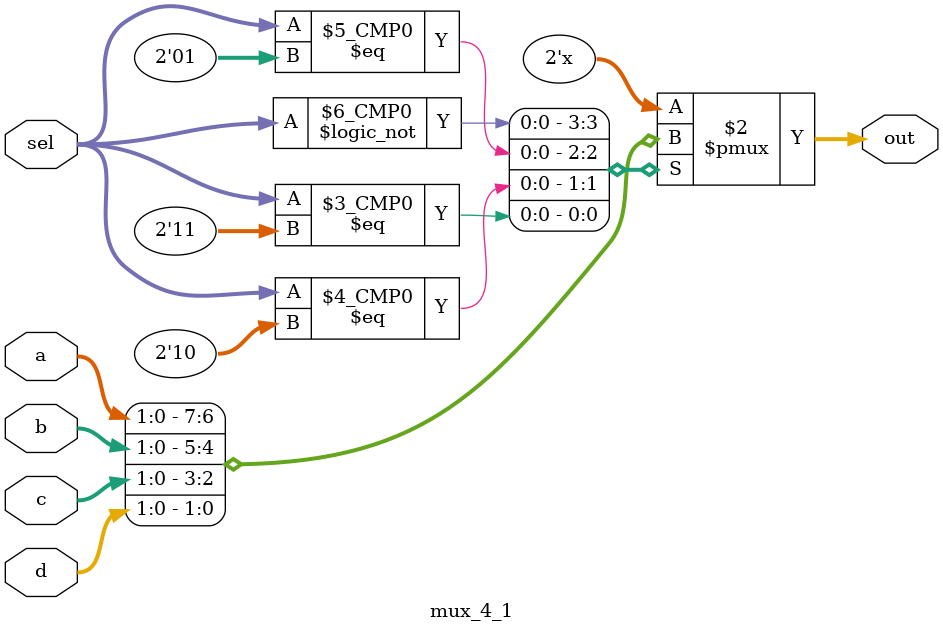
<source format=v>
`timescale 1ns / 1ps


module mux_4_1(
    input [1:0] a,
    input [1:0] b,
    input [1:0] c,
    input [1:0] d,
    input [1:0] sel,
    output reg [1:0] out
    );
    
    always @(*) begin
        case (sel)
            2'b00: out = a;
            2'b01: out = b;
            2'b10: out = c;
            2'b11: out = d;
        endcase
    end
    
endmodule

</source>
